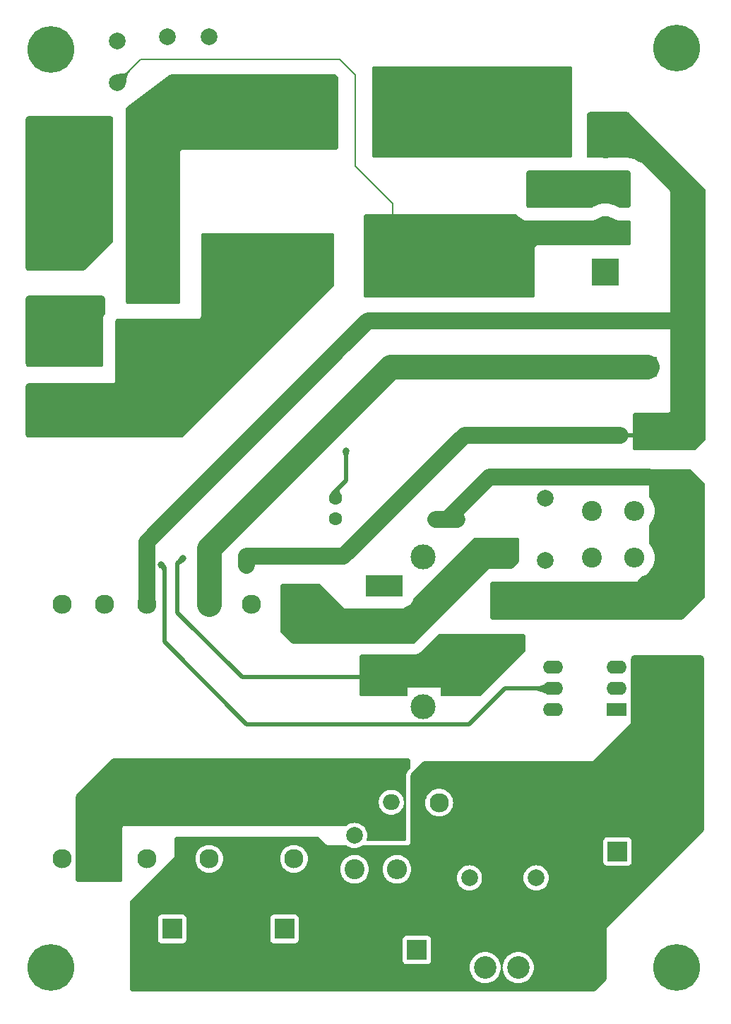
<source format=gbr>
%TF.GenerationSoftware,KiCad,Pcbnew,7.99.0-3539-g7abe2e3ea0*%
%TF.CreationDate,2023-11-11T19:40:51+01:00*%
%TF.ProjectId,ACDC150V24,41434443-3135-4305-9632-342e6b696361,rev?*%
%TF.SameCoordinates,Original*%
%TF.FileFunction,Copper,L2,Bot*%
%TF.FilePolarity,Positive*%
%FSLAX46Y46*%
G04 Gerber Fmt 4.6, Leading zero omitted, Abs format (unit mm)*
G04 Created by KiCad (PCBNEW 7.99.0-3539-g7abe2e3ea0) date 2023-11-11 19:40:51*
%MOMM*%
%LPD*%
G01*
G04 APERTURE LIST*
G04 Aperture macros list*
%AMRoundRect*
0 Rectangle with rounded corners*
0 $1 Rounding radius*
0 $2 $3 $4 $5 $6 $7 $8 $9 X,Y pos of 4 corners*
0 Add a 4 corners polygon primitive as box body*
4,1,4,$2,$3,$4,$5,$6,$7,$8,$9,$2,$3,0*
0 Add four circle primitives for the rounded corners*
1,1,$1+$1,$2,$3*
1,1,$1+$1,$4,$5*
1,1,$1+$1,$6,$7*
1,1,$1+$1,$8,$9*
0 Add four rect primitives between the rounded corners*
20,1,$1+$1,$2,$3,$4,$5,0*
20,1,$1+$1,$4,$5,$6,$7,0*
20,1,$1+$1,$6,$7,$8,$9,0*
20,1,$1+$1,$8,$9,$2,$3,0*%
G04 Aperture macros list end*
%TA.AperFunction,EtchedComponent*%
%ADD10C,0.000000*%
%TD*%
%TA.AperFunction,ComponentPad*%
%ADD11C,3.600000*%
%TD*%
%TA.AperFunction,ConnectorPad*%
%ADD12C,5.600000*%
%TD*%
%TA.AperFunction,ComponentPad*%
%ADD13R,3.200000X3.200000*%
%TD*%
%TA.AperFunction,ComponentPad*%
%ADD14C,3.200000*%
%TD*%
%TA.AperFunction,ComponentPad*%
%ADD15C,3.000000*%
%TD*%
%TA.AperFunction,ComponentPad*%
%ADD16C,1.800000*%
%TD*%
%TA.AperFunction,ComponentPad*%
%ADD17C,2.000000*%
%TD*%
%TA.AperFunction,ComponentPad*%
%ADD18R,2.400000X2.400000*%
%TD*%
%TA.AperFunction,ComponentPad*%
%ADD19C,2.400000*%
%TD*%
%TA.AperFunction,ComponentPad*%
%ADD20C,1.700000*%
%TD*%
%TA.AperFunction,ComponentPad*%
%ADD21O,2.400000X2.400000*%
%TD*%
%TA.AperFunction,ComponentPad*%
%ADD22R,2.400000X1.600000*%
%TD*%
%TA.AperFunction,ComponentPad*%
%ADD23O,2.400000X1.600000*%
%TD*%
%TA.AperFunction,ComponentPad*%
%ADD24C,1.600000*%
%TD*%
%TA.AperFunction,ComponentPad*%
%ADD25C,2.300000*%
%TD*%
%TA.AperFunction,ComponentPad*%
%ADD26RoundRect,0.250001X-1.099999X1.099999X-1.099999X-1.099999X1.099999X-1.099999X1.099999X1.099999X0*%
%TD*%
%TA.AperFunction,ComponentPad*%
%ADD27C,2.700000*%
%TD*%
%TA.AperFunction,ComponentPad*%
%ADD28RoundRect,0.250001X1.099999X1.099999X-1.099999X1.099999X-1.099999X-1.099999X1.099999X-1.099999X0*%
%TD*%
%TA.AperFunction,ComponentPad*%
%ADD29R,2.000000X1.905000*%
%TD*%
%TA.AperFunction,ComponentPad*%
%ADD30O,2.000000X1.905000*%
%TD*%
%TA.AperFunction,WasherPad*%
%ADD31C,2.300000*%
%TD*%
%TA.AperFunction,ComponentPad*%
%ADD32R,4.500000X2.500000*%
%TD*%
%TA.AperFunction,ComponentPad*%
%ADD33O,4.500000X2.500000*%
%TD*%
%TA.AperFunction,SMDPad,CuDef*%
%ADD34C,0.500000*%
%TD*%
%TA.AperFunction,ViaPad*%
%ADD35C,0.800000*%
%TD*%
%TA.AperFunction,Conductor*%
%ADD36C,3.000000*%
%TD*%
%TA.AperFunction,Conductor*%
%ADD37C,0.200000*%
%TD*%
%TA.AperFunction,Conductor*%
%ADD38C,0.500000*%
%TD*%
%TA.AperFunction,Conductor*%
%ADD39C,2.000000*%
%TD*%
G04 APERTURE END LIST*
D10*
%TA.AperFunction,EtchedComponent*%
%TO.C,NT2*%
G36*
X74800000Y68550000D02*
G01*
X73800000Y68550000D01*
X73800000Y69050000D01*
X74800000Y69050000D01*
X74800000Y68550000D01*
G37*
%TD.AperFunction*%
%TD*%
D11*
%TO.P,H2,1,1*%
%TO.N,unconnected-(H2-Pad1)*%
X80000000Y5000000D03*
D12*
%TO.N,unconnected-(H2-Pad1)_1*%
X80000000Y5000000D03*
%TD*%
D13*
%TO.P,D5,1,+*%
%TO.N,/PS/AC_R_O*%
X71500000Y88340000D03*
D14*
%TO.P,D5,2*%
%TO.N,/PS/AC_R_I_2*%
X71500000Y93420000D03*
%TO.P,D5,3*%
%TO.N,/PS/AC_R_I_1*%
X71500000Y98500000D03*
%TO.P,D5,4,-*%
%TO.N,DCR_GND*%
X71500000Y103580000D03*
%TD*%
D15*
%TO.P,HS1,1*%
%TO.N,N/C*%
X49598450Y36233000D03*
%TO.P,HS1,2*%
X49598450Y54233000D03*
%TD*%
D16*
%TO.P,F1,1*%
%TO.N,/PS/AC_L*%
X7200000Y84460000D03*
%TO.P,F1,2*%
%TO.N,Net-(F1-Pad2)*%
X7200000Y89540000D03*
%TD*%
%TO.P,RV1,1*%
%TO.N,/PS/AC_L_SW*%
X17000000Y87500000D03*
%TO.P,RV1,2*%
%TO.N,/PS/AC_N*%
X15700000Y80000000D03*
%TD*%
D17*
%TO.P,SW1,1,1*%
%TO.N,Net-(F1-Pad2)*%
X10000000Y105000000D03*
%TO.P,SW1,2,2*%
%TO.N,/PS/AC_L_SW*%
X16000000Y106000000D03*
%TO.P,SW1,3,3*%
%TO.N,Net-(F1-Pad2)*%
X10000000Y95000000D03*
%TO.P,SW1,4,4*%
%TO.N,/PS/AC_L_SW*%
X16000000Y94000000D03*
%TD*%
%TO.P,C27,1*%
%TO.N,OUT_GND*%
X78181200Y41004800D03*
%TO.P,C27,2*%
%TO.N,GND_DC_P*%
X78181200Y48504800D03*
%TD*%
%TO.P,C28,1*%
%TO.N,Net-(C28-Pad1)*%
X41402000Y20828000D03*
%TO.P,C28,2*%
%TO.N,Net-(D7A-A)*%
X41402000Y28328000D03*
%TD*%
D18*
%TO.P,C24,1*%
%TO.N,/PS/24V_O*%
X19558000Y9625459D03*
D19*
%TO.P,C24,2*%
%TO.N,OUT_GND*%
X19558000Y4625459D03*
%TD*%
D20*
%TO.P,C7,1*%
%TO.N,/PS/AC_L_SW*%
X26500000Y109500000D03*
%TO.P,C7,2*%
%TO.N,/PS/AC_N*%
X26500000Y87000000D03*
%TD*%
D18*
%TO.P,C23,1*%
%TO.N,/PS/24V_O*%
X33020000Y9625459D03*
D19*
%TO.P,C23,2*%
%TO.N,OUT_GND*%
X33020000Y4625459D03*
%TD*%
%TO.P,R18,1*%
%TO.N,Net-(C20-Pad2)*%
X69850000Y59690000D03*
D21*
%TO.P,R18,2*%
%TO.N,/PS/AC_R_O*%
X74930000Y59690000D03*
%TD*%
D22*
%TO.P,U2,1*%
%TO.N,Net-(R11-Pad1)*%
X72825000Y35895000D03*
D23*
%TO.P,U2,2*%
%TO.N,Net-(U3-K)*%
X72825000Y38435000D03*
%TO.P,U2,3,NC*%
%TO.N,unconnected-(U2-NC-Pad3)*%
X72825000Y40975000D03*
%TO.P,U2,4*%
%TO.N,GND_DC_S*%
X65205000Y40975000D03*
%TO.P,U2,5*%
%TO.N,/PS/OPT_C*%
X65205000Y38435000D03*
%TO.P,U2,6*%
%TO.N,unconnected-(U2-Pad6)*%
X65205000Y35895000D03*
%TD*%
D20*
%TO.P,C11,1*%
%TO.N,Net-(C11-Pad1)*%
X55500000Y110000000D03*
%TO.P,C11,2*%
%TO.N,/PS/AC_R_I_2*%
X55500000Y87500000D03*
%TD*%
D18*
%TO.P,C15,1*%
%TO.N,/PS/AC_R_O*%
X76500000Y77000000D03*
D19*
%TO.P,C15,2*%
%TO.N,DCR_GND*%
X76500000Y69500000D03*
%TD*%
D24*
%TO.P,C6,1*%
%TO.N,Net-(D2-A)*%
X39116000Y61250000D03*
%TO.P,C6,2*%
%TO.N,GND_DC_P*%
X39116000Y58750000D03*
%TD*%
D19*
%TO.P,R17,1*%
%TO.N,Net-(D6-K)*%
X69865000Y54102000D03*
D21*
%TO.P,R17,2*%
%TO.N,/PS/AC_R_O*%
X74945000Y54102000D03*
%TD*%
D18*
%TO.P,C22,1*%
%TO.N,/PS/24V_F*%
X72924541Y18896459D03*
D19*
%TO.P,C22,2*%
%TO.N,OUT_GND*%
X77924541Y18896459D03*
%TD*%
D25*
%TO.P,FL1,1,1*%
%TO.N,/PS/AC_N*%
X36000000Y90250000D03*
%TO.P,FL1,2,2*%
%TO.N,/PS/AC_R_I_2*%
X46000000Y90250000D03*
%TO.P,FL1,3,3*%
%TO.N,/PS/AC_L_SW*%
X36000000Y109000000D03*
%TO.P,FL1,4,4*%
%TO.N,Net-(C11-Pad1)*%
X46000000Y109000000D03*
%TD*%
D17*
%TO.P,C20,1*%
%TO.N,Net-(D6-K)*%
X64250000Y53750000D03*
%TO.P,C20,2*%
%TO.N,Net-(C20-Pad2)*%
X64250000Y61250000D03*
%TD*%
D11*
%TO.P,H4,1,1*%
%TO.N,unconnected-(H4-Pad1)_1*%
X80000000Y115200000D03*
D12*
%TO.N,unconnected-(H4-Pad1)*%
X80000000Y115200000D03*
%TD*%
D17*
%TO.P,C9,1*%
%TO.N,/PS/AC_R_I_2*%
X13000000Y111000000D03*
%TO.P,C9,2*%
%TO.N,EARTH*%
X13000000Y116000000D03*
%TD*%
D19*
%TO.P,R20,1*%
%TO.N,Net-(C28-Pad1)*%
X41417000Y16764000D03*
D21*
%TO.P,R20,2*%
%TO.N,/PS/24V_O*%
X46497000Y16764000D03*
%TD*%
D24*
%TO.P,TH1,1*%
%TO.N,/PS/AC_R_I_1*%
X64250000Y98500000D03*
%TO.P,TH1,2*%
%TO.N,Net-(C11-Pad1)*%
X65750000Y103500000D03*
%TD*%
D26*
%TO.P,J1,1,Pin_1*%
%TO.N,/PS/AC_L*%
X7750000Y79500000D03*
D27*
%TO.P,J1,2,Pin_2*%
%TO.N,/PS/AC_N*%
X7750000Y71580000D03*
%TD*%
D25*
%TO.P,TR1,1,1*%
%TO.N,/PS/TR_SW*%
X34160000Y48500000D03*
%TO.P,TR1,2,2*%
%TO.N,unconnected-(TR1-Pad2)*%
X29080000Y48500000D03*
%TO.P,TR1,3,3*%
%TO.N,/PS/AC_R_O*%
X24000000Y48500000D03*
%TO.P,TR1,4,4*%
%TO.N,DCR_GND*%
X16507000Y48500000D03*
%TO.P,TR1,5,5*%
%TO.N,/PS/AUX*%
X11427000Y48500000D03*
%TO.P,TR1,6*%
%TO.N,N/C*%
X6347000Y48500000D03*
%TO.P,TR1,7*%
X6347000Y18020000D03*
%TO.P,TR1,8,8*%
%TO.N,Net-(D7A-A)*%
X11427000Y18020000D03*
%TO.P,TR1,9,9*%
%TO.N,Net-(TR1-Pad10)*%
X16507000Y18020000D03*
%TO.P,TR1,10,10*%
X24000000Y18020000D03*
%TO.P,TR1,11,11*%
%TO.N,OUT_GND*%
X29080000Y18020000D03*
%TO.P,TR1,12*%
%TO.N,N/C*%
X34160000Y18020000D03*
%TD*%
D17*
%TO.P,C8,1*%
%TO.N,Net-(C11-Pad1)*%
X24000000Y116500000D03*
%TO.P,C8,2*%
%TO.N,EARTH*%
X19000000Y116500000D03*
%TD*%
D28*
%TO.P,J2,1,Pin_1*%
%TO.N,OUT_GND*%
X68960000Y5000000D03*
D27*
%TO.P,J2,2,Pin_2*%
X65000000Y5000000D03*
%TO.P,J2,3,Pin_3*%
%TO.N,/PS/24V_F*%
X61040000Y5000000D03*
%TO.P,J2,4,Pin_4*%
X57080000Y5000000D03*
%TD*%
D29*
%TO.P,D7,1,A*%
%TO.N,Net-(D7A-A)*%
X45814000Y27342000D03*
D30*
%TO.P,D7,2,K*%
%TO.N,/PS/24V_O*%
X45814000Y24802000D03*
%TO.P,D7,3,K*%
%TO.N,Net-(D7A-A)*%
X45814000Y22262000D03*
%TD*%
D31*
%TO.P,HS2,*%
%TO.N,*%
X51562000Y24765000D03*
%TD*%
D11*
%TO.P,H3,1,1*%
%TO.N,unconnected-(H3-Pad1)*%
X5000000Y5000000D03*
D12*
%TO.N,unconnected-(H3-Pad1)_1*%
X5000000Y5000000D03*
%TD*%
D18*
%TO.P,C21,1*%
%TO.N,/PS/24V_F*%
X48868459Y7112000D03*
D19*
%TO.P,C21,2*%
%TO.N,OUT_GND*%
X43868459Y7112000D03*
%TD*%
D17*
%TO.P,L1,1*%
%TO.N,/PS/24V_F*%
X63182000Y15748000D03*
%TO.P,L1,2*%
%TO.N,/PS/24V_O*%
X55182000Y15748000D03*
%TD*%
D32*
%TO.P,Q1,1,G*%
%TO.N,Net-(D1-A)*%
X45000000Y50700000D03*
D33*
%TO.P,Q1,2,D*%
%TO.N,/PS/TR_SW*%
X45000000Y45250000D03*
%TO.P,Q1,3,S*%
%TO.N,Net-(Q1-S)*%
X45000000Y39800000D03*
%TD*%
D34*
%TO.P,NT2,1,1*%
%TO.N,GND_DC_S*%
X73800000Y68800000D03*
%TO.P,NT2,2,2*%
%TO.N,DCR_GND*%
X74800000Y68800000D03*
%TD*%
D11*
%TO.P,H1,1,1*%
%TO.N,EARTH*%
X5000000Y115000000D03*
D12*
X5000000Y115000000D03*
%TD*%
D35*
%TO.N,/PS/TR_SW*%
X57000000Y55500000D03*
X56007000Y54356000D03*
X59750000Y53500000D03*
X57250000Y53500000D03*
%TO.N,/PS/OPT_C*%
X18250000Y53250000D03*
%TO.N,Net-(Q1-S)*%
X59250000Y41250000D03*
X56750000Y42000000D03*
X56750000Y43750000D03*
X58000000Y41250000D03*
X20800000Y54000000D03*
%TO.N,OUT_GND*%
X77250000Y35250000D03*
X79000000Y29250000D03*
X74803000Y27178000D03*
X60553000Y25908000D03*
X60553000Y27940000D03*
%TO.N,Net-(D2-A)*%
X40386000Y66929000D03*
%TO.N,GND_DC_S*%
X28500000Y54300000D03*
X28500000Y53200000D03*
%TO.N,GND_DC_P*%
X53721000Y58674000D03*
X62250000Y50750000D03*
X80010000Y59436000D03*
X80010000Y57785000D03*
X51181000Y58674000D03*
X77851000Y57912000D03*
X60500000Y50750000D03*
X76750000Y63750000D03*
X77851000Y61341000D03*
X58750000Y50750000D03*
X63754000Y48006000D03*
X80010000Y61341000D03*
X62250000Y48000000D03*
X63754000Y50673000D03*
X77724000Y63754000D03*
X52450000Y58750000D03*
X75819000Y63754000D03*
X77851000Y59563000D03*
X62250000Y49500000D03*
X63754000Y49403000D03*
%TD*%
D36*
%TO.N,/PS/AC_R_O*%
X24000000Y48500000D02*
X24000000Y55250000D01*
X45750000Y77000000D02*
X76500000Y77000000D01*
X24000000Y55250000D02*
X45750000Y77000000D01*
D37*
%TO.N,/PS/AC_R_I_2*%
X41500000Y111916000D02*
X41500000Y101000000D01*
X46000000Y96500000D02*
X46000000Y90250000D01*
X15792000Y113792000D02*
X39624000Y113792000D01*
X13000000Y111000000D02*
X15792000Y113792000D01*
X41500000Y101000000D02*
X46000000Y96500000D01*
X39624000Y113792000D02*
X41500000Y111916000D01*
D38*
%TO.N,/PS/OPT_C*%
X65205000Y38435000D02*
X59435000Y38435000D01*
X28500000Y34100000D02*
X18600000Y44000000D01*
X59435000Y38435000D02*
X55100000Y34100000D01*
X18600000Y44000000D02*
X18600000Y52900000D01*
X55100000Y34100000D02*
X28500000Y34100000D01*
X18600000Y52900000D02*
X18250000Y53250000D01*
%TO.N,Net-(Q1-S)*%
X20800000Y54000000D02*
X20200000Y53400000D01*
X20200000Y47550000D02*
X27950000Y39800000D01*
X27950000Y39800000D02*
X45000000Y39800000D01*
X20200000Y53400000D02*
X20200000Y47550000D01*
D39*
%TO.N,DCR_GND*%
X43000000Y82500000D02*
X80500000Y82500000D01*
X40000000Y79500000D02*
X43000000Y82500000D01*
X16507000Y48500000D02*
X16507000Y56007000D01*
X16507000Y56007000D02*
X40000000Y79500000D01*
D38*
%TO.N,Net-(D2-A)*%
X40386000Y66929000D02*
X40386000Y63373000D01*
X38750000Y61737000D02*
X38750000Y61250000D01*
X40386000Y63373000D02*
X38750000Y61737000D01*
D39*
%TO.N,GND_DC_S*%
X28500000Y53200000D02*
X28500000Y54300000D01*
X28500000Y54300000D02*
X40100000Y54300000D01*
X54600000Y68800000D02*
X73250000Y68800000D01*
X40100000Y54300000D02*
X54600000Y68800000D01*
%TO.N,GND_DC_P*%
X57550000Y63750000D02*
X52550000Y58750000D01*
X51181000Y58674000D02*
X53721000Y58674000D01*
X52550000Y58750000D02*
X52450000Y58750000D01*
X76750000Y63750000D02*
X57550000Y63750000D01*
%TD*%
%TA.AperFunction,Conductor*%
%TO.N,/PS/AC_R_I_1*%
G36*
X71128134Y100498248D02*
G01*
X71131837Y100497619D01*
X71152307Y100494141D01*
X71500000Y100474615D01*
X71847693Y100494141D01*
X71868554Y100497686D01*
X71871866Y100498248D01*
X71892637Y100500000D01*
X74187789Y100500000D01*
X74211971Y100497619D01*
X74290618Y100481976D01*
X74335308Y100463465D01*
X74391626Y100425834D01*
X74425833Y100391627D01*
X74463462Y100335312D01*
X74481976Y100290613D01*
X74497617Y100211981D01*
X74500000Y100187790D01*
X74500000Y96312211D01*
X74497617Y96288020D01*
X74481976Y96209388D01*
X74463462Y96164689D01*
X74425836Y96108377D01*
X74391623Y96074164D01*
X74335311Y96036538D01*
X74290612Y96018024D01*
X74211980Y96002383D01*
X74187789Y96000000D01*
X73261317Y96000000D01*
X73194278Y96019685D01*
X73189562Y96022870D01*
X73152164Y96049405D01*
X72847374Y96217856D01*
X72780741Y96245456D01*
X72525644Y96351121D01*
X72358328Y96399324D01*
X72191017Y96447526D01*
X72191009Y96447528D01*
X71847700Y96505858D01*
X71847688Y96505860D01*
X71500000Y96525385D01*
X71152311Y96505860D01*
X71152299Y96505858D01*
X70808990Y96447528D01*
X70808982Y96447526D01*
X70474359Y96351122D01*
X70474356Y96351121D01*
X70380419Y96312211D01*
X70152625Y96217856D01*
X69847835Y96049405D01*
X69810438Y96022870D01*
X69744372Y96000131D01*
X69738683Y96000000D01*
X62312211Y96000000D01*
X62288020Y96002383D01*
X62209387Y96018024D01*
X62164689Y96036538D01*
X62108373Y96074167D01*
X62074166Y96108374D01*
X62036535Y96164692D01*
X62018024Y96209382D01*
X62002381Y96288029D01*
X62000000Y96312211D01*
X62000000Y100187790D01*
X62002381Y100211971D01*
X62018025Y100290621D01*
X62036534Y100335307D01*
X62074168Y100391630D01*
X62108370Y100425832D01*
X62164693Y100463466D01*
X62209379Y100481975D01*
X62288028Y100497619D01*
X62312211Y100500000D01*
X71107363Y100500000D01*
X71128134Y100498248D01*
G37*
%TD.AperFunction*%
%TD*%
%TA.AperFunction,Conductor*%
%TO.N,GND_DC_P*%
G36*
X81591707Y64701619D02*
G01*
X81670354Y64685976D01*
X81715046Y64667463D01*
X81781714Y64622917D01*
X81800504Y64607496D01*
X83323495Y63084505D01*
X83338916Y63065715D01*
X83383461Y62999049D01*
X83401976Y62954349D01*
X83417617Y62875717D01*
X83420000Y62851526D01*
X83420000Y49501475D01*
X83417617Y49477284D01*
X83401976Y49398652D01*
X83383461Y49353952D01*
X83338916Y49287286D01*
X83323495Y49268496D01*
X80851504Y46796505D01*
X80832714Y46781084D01*
X80766048Y46736539D01*
X80721348Y46718024D01*
X80642716Y46702383D01*
X80618525Y46700000D01*
X57970211Y46700000D01*
X57946020Y46702383D01*
X57867387Y46718024D01*
X57822689Y46736538D01*
X57766373Y46774167D01*
X57732166Y46808374D01*
X57694535Y46864692D01*
X57676024Y46909382D01*
X57660381Y46988029D01*
X57658000Y47012211D01*
X57658000Y50937790D01*
X57660381Y50961971D01*
X57676025Y51040621D01*
X57694534Y51085307D01*
X57732168Y51141630D01*
X57766370Y51175832D01*
X57822693Y51213466D01*
X57867379Y51231975D01*
X57946028Y51247619D01*
X57970211Y51250000D01*
X75124937Y51250000D01*
X75124938Y51250001D01*
X75163548Y51257681D01*
X75239738Y51272835D01*
X75239739Y51272836D01*
X75239741Y51272836D01*
X75337068Y51337868D01*
X75788698Y51789499D01*
X75830719Y51817102D01*
X75990435Y51880337D01*
X76260640Y52028884D01*
X76510096Y52210124D01*
X76734869Y52421201D01*
X76931416Y52658784D01*
X77096635Y52919129D01*
X77105717Y52938428D01*
X77227919Y53198121D01*
X77227922Y53198127D01*
X77323206Y53491381D01*
X77380984Y53794264D01*
X77400345Y54102000D01*
X77385766Y54333722D01*
X77380985Y54409726D01*
X77380984Y54409733D01*
X77380984Y54409736D01*
X77323206Y54712619D01*
X77227922Y55005873D01*
X77227919Y55005880D01*
X77096637Y55284868D01*
X77096633Y55284874D01*
X76931422Y55545207D01*
X76931420Y55545209D01*
X76931416Y55545216D01*
X76734869Y55782799D01*
X76734866Y55782802D01*
X76732385Y55785801D01*
X76733430Y55786667D01*
X76704460Y55843961D01*
X76702400Y55866471D01*
X76702400Y57943442D01*
X76722085Y58010481D01*
X76730857Y58022483D01*
X76790966Y58095142D01*
X76916416Y58246784D01*
X77081635Y58507129D01*
X77212922Y58786127D01*
X77308206Y59079381D01*
X77365984Y59382264D01*
X77385345Y59690000D01*
X77382398Y59736835D01*
X77365985Y59997726D01*
X77365984Y59997733D01*
X77365984Y59997736D01*
X77308206Y60300619D01*
X77212922Y60593873D01*
X77124205Y60782406D01*
X77081637Y60872868D01*
X77081633Y60872874D01*
X76916422Y61133207D01*
X76916420Y61133209D01*
X76916416Y61133216D01*
X76730855Y61357519D01*
X76703291Y61421721D01*
X76702400Y61436559D01*
X76702400Y64391790D01*
X76704781Y64415971D01*
X76720425Y64494621D01*
X76738934Y64539307D01*
X76776568Y64595630D01*
X76810770Y64629832D01*
X76867093Y64667466D01*
X76911779Y64685975D01*
X76990428Y64701619D01*
X77014611Y64704000D01*
X81567525Y64704000D01*
X81591707Y64701619D01*
G37*
%TD.AperFunction*%
%TD*%
%TA.AperFunction,Conductor*%
%TO.N,/PS/TR_SW*%
G36*
X60919340Y56497619D02*
G01*
X60968761Y56487789D01*
X61013455Y56469276D01*
X61034534Y56455191D01*
X61044993Y56448202D01*
X61079201Y56413994D01*
X61100273Y56382459D01*
X61118789Y56337758D01*
X61128617Y56288351D01*
X61131000Y56264159D01*
X61131000Y53767475D01*
X61128617Y53743284D01*
X61112976Y53664652D01*
X61094461Y53619952D01*
X61049916Y53553286D01*
X61034495Y53534496D01*
X60346504Y52846505D01*
X60327714Y52831084D01*
X60261048Y52786539D01*
X60216348Y52768024D01*
X60137716Y52752383D01*
X60113525Y52750000D01*
X57624259Y52750000D01*
X57509461Y52727166D01*
X57509457Y52727164D01*
X57412136Y52662136D01*
X57412128Y52662130D01*
X48596504Y43846505D01*
X48577714Y43831084D01*
X48511048Y43786539D01*
X48466348Y43768024D01*
X48387716Y43752383D01*
X48363525Y43750000D01*
X34136475Y43750000D01*
X34112284Y43752383D01*
X34033651Y43768024D01*
X33988951Y43786539D01*
X33922285Y43831084D01*
X33903495Y43846505D01*
X32596504Y45153496D01*
X32581083Y45172286D01*
X32536538Y45238952D01*
X32518024Y45283646D01*
X32502381Y45362293D01*
X32500000Y45386475D01*
X32500000Y50687790D01*
X32502381Y50711971D01*
X32518025Y50790621D01*
X32536534Y50835307D01*
X32574168Y50891630D01*
X32608370Y50925832D01*
X32664693Y50963466D01*
X32709379Y50981975D01*
X32788028Y50997619D01*
X32812211Y51000000D01*
X37113525Y51000000D01*
X37137707Y50997619D01*
X37216354Y50981976D01*
X37261046Y50963463D01*
X37327714Y50918917D01*
X37346504Y50903496D01*
X40162128Y48087871D01*
X40162136Y48087865D01*
X40259457Y48022837D01*
X40259461Y48022835D01*
X40374259Y48000001D01*
X40374263Y48000000D01*
X47125736Y48000000D01*
X47125737Y48000000D01*
X47125738Y48000001D01*
X47164348Y48007681D01*
X47240538Y48022835D01*
X47240539Y48022836D01*
X47240541Y48022836D01*
X47337868Y48087868D01*
X47440254Y48190255D01*
X47497629Y48222810D01*
X47664683Y48264904D01*
X47869626Y48357993D01*
X48054654Y48486181D01*
X48213819Y48645346D01*
X48342007Y48830374D01*
X48435096Y49035317D01*
X48477190Y49202373D01*
X48509746Y49259747D01*
X51398856Y52148857D01*
X51404421Y52153786D01*
X51425702Y52170458D01*
X51660992Y52405748D01*
X51677664Y52427029D01*
X51682593Y52432594D01*
X55653500Y56403501D01*
X55672278Y56418912D01*
X55738955Y56463464D01*
X55783643Y56481975D01*
X55862292Y56497619D01*
X55886475Y56500000D01*
X60895158Y56500000D01*
X60919340Y56497619D01*
G37*
%TD.AperFunction*%
%TD*%
%TA.AperFunction,Conductor*%
%TO.N,/PS/AC_R_I_2*%
G36*
X60843967Y95230315D02*
G01*
X60871380Y95206341D01*
X61009615Y95043828D01*
X61009615Y95043827D01*
X61043824Y95009617D01*
X61081987Y94972776D01*
X61081992Y94972771D01*
X61140404Y94926532D01*
X61271964Y94822388D01*
X61328280Y94784759D01*
X61372916Y94756059D01*
X61588573Y94645632D01*
X61633271Y94627118D01*
X61682624Y94607687D01*
X61915680Y94541451D01*
X62030554Y94518602D01*
X62103657Y94507757D01*
X62103660Y94507757D01*
X62103665Y94507756D01*
X62103664Y94507756D01*
X62201408Y94498128D01*
X62275247Y94494500D01*
X62275253Y94494500D01*
X69756015Y94494500D01*
X69779022Y94495029D01*
X69822865Y94499283D01*
X69999638Y94516430D01*
X70234335Y94576591D01*
X70264246Y94586886D01*
X70300405Y94599331D01*
X70300404Y94599331D01*
X70322564Y94608538D01*
X70473399Y94671199D01*
X70563965Y94725065D01*
X70576071Y94731756D01*
X70576072Y94731755D01*
X70803831Y94857634D01*
X70810066Y94860637D01*
X70969163Y94926537D01*
X70975715Y94928830D01*
X71141168Y94976495D01*
X71147951Y94978043D01*
X71147975Y94978047D01*
X71317714Y95006888D01*
X71324601Y95007664D01*
X71496523Y95017318D01*
X71503469Y95017318D01*
X71675399Y95007664D01*
X71682289Y95006888D01*
X71804969Y94986044D01*
X71852032Y94978047D01*
X71858815Y94976499D01*
X71909244Y94961971D01*
X72024293Y94928826D01*
X72030841Y94926533D01*
X72189926Y94860639D01*
X72196174Y94857629D01*
X72370315Y94761385D01*
X72543895Y94661918D01*
X72770117Y94575173D01*
X72770117Y94575172D01*
X72837149Y94555489D01*
X72837148Y94555489D01*
X72837157Y94555487D01*
X73019818Y94513996D01*
X73097101Y94507757D01*
X73261315Y94494500D01*
X73261317Y94494500D01*
X74224747Y94494500D01*
X74224753Y94494500D01*
X74298592Y94498128D01*
X74363845Y94504556D01*
X74432490Y94491538D01*
X74483201Y94443474D01*
X74500000Y94381153D01*
X74500000Y91812211D01*
X74497617Y91788020D01*
X74481976Y91709388D01*
X74463462Y91664689D01*
X74425836Y91608377D01*
X74391623Y91574164D01*
X74335311Y91536538D01*
X74290612Y91518024D01*
X74211980Y91502383D01*
X74187789Y91500000D01*
X63299995Y91500000D01*
X63185197Y91477166D01*
X63185196Y91477165D01*
X63087868Y91412132D01*
X63022835Y91314804D01*
X63022834Y91314803D01*
X63000000Y91200005D01*
X63000000Y85562211D01*
X62997617Y85538020D01*
X62981976Y85459388D01*
X62963462Y85414689D01*
X62925836Y85358377D01*
X62891623Y85324164D01*
X62835311Y85286538D01*
X62790612Y85268024D01*
X62711980Y85252383D01*
X62687789Y85250000D01*
X42812211Y85250000D01*
X42788020Y85252383D01*
X42709387Y85268024D01*
X42664689Y85286538D01*
X42608373Y85324167D01*
X42574166Y85358374D01*
X42536535Y85414692D01*
X42518024Y85459382D01*
X42502381Y85538029D01*
X42500000Y85562211D01*
X42500000Y94937790D01*
X42502381Y94961971D01*
X42518025Y95040621D01*
X42536534Y95085307D01*
X42574168Y95141630D01*
X42608370Y95175832D01*
X42664693Y95213466D01*
X42709379Y95231975D01*
X42788028Y95247619D01*
X42812211Y95250000D01*
X60776928Y95250000D01*
X60843967Y95230315D01*
G37*
%TD.AperFunction*%
%TD*%
%TA.AperFunction,Conductor*%
%TO.N,Net-(C11-Pad1)*%
G36*
X67211971Y112997619D02*
G01*
X67290618Y112981976D01*
X67335308Y112963465D01*
X67391626Y112925834D01*
X67425833Y112891627D01*
X67463462Y112835312D01*
X67481976Y112790613D01*
X67497617Y112711981D01*
X67500000Y112687790D01*
X67500000Y102312211D01*
X67497617Y102288020D01*
X67481976Y102209388D01*
X67463462Y102164689D01*
X67425836Y102108377D01*
X67391623Y102074164D01*
X67335311Y102036538D01*
X67290612Y102018024D01*
X67211980Y102002383D01*
X67187789Y102000000D01*
X43812211Y102000000D01*
X43788020Y102002383D01*
X43709387Y102018024D01*
X43664689Y102036538D01*
X43608373Y102074167D01*
X43574166Y102108374D01*
X43536535Y102164692D01*
X43518024Y102209382D01*
X43502381Y102288029D01*
X43500000Y102312211D01*
X43500000Y112687790D01*
X43502381Y112711971D01*
X43518025Y112790621D01*
X43536534Y112835307D01*
X43574168Y112891630D01*
X43608370Y112925832D01*
X43664693Y112963466D01*
X43709379Y112981975D01*
X43788028Y112997619D01*
X43812211Y113000000D01*
X67187789Y113000000D01*
X67211971Y112997619D01*
G37*
%TD.AperFunction*%
%TD*%
%TA.AperFunction,Conductor*%
%TO.N,Net-(Q1-S)*%
G36*
X61592971Y44997619D02*
G01*
X61671618Y44981976D01*
X61716308Y44963465D01*
X61772626Y44925834D01*
X61806833Y44891627D01*
X61844462Y44835312D01*
X61862976Y44790613D01*
X61878617Y44711981D01*
X61881000Y44687790D01*
X61881000Y43017475D01*
X61878617Y42993284D01*
X61862976Y42914652D01*
X61844461Y42869952D01*
X61799916Y42803286D01*
X61784495Y42784496D01*
X56596504Y37596505D01*
X56577714Y37581084D01*
X56511048Y37536539D01*
X56466348Y37518024D01*
X56387716Y37502383D01*
X56363525Y37500000D01*
X51874000Y37500000D01*
X51806961Y37519685D01*
X51761206Y37572489D01*
X51750000Y37624000D01*
X51750000Y38500000D01*
X47750000Y38500000D01*
X47750000Y37624000D01*
X47730315Y37556961D01*
X47677511Y37511206D01*
X47626000Y37500000D01*
X42312211Y37500000D01*
X42288020Y37502383D01*
X42209387Y37518024D01*
X42164689Y37536538D01*
X42108373Y37574167D01*
X42074166Y37608374D01*
X42036535Y37664692D01*
X42018024Y37709382D01*
X42002381Y37788029D01*
X42000000Y37812211D01*
X42000000Y42187790D01*
X42002381Y42211971D01*
X42018025Y42290621D01*
X42036534Y42335307D01*
X42074168Y42391630D01*
X42108370Y42425832D01*
X42164693Y42463466D01*
X42209381Y42481976D01*
X42260377Y42492119D01*
X42284560Y42494500D01*
X48394346Y42494500D01*
X48394351Y42494500D01*
X48455928Y42497526D01*
X48541452Y42505950D01*
X48602421Y42514993D01*
X48711287Y42536648D01*
X48716455Y42537722D01*
X48731964Y42540943D01*
X48946799Y42608090D01*
X48991499Y42626605D01*
X49010962Y42634859D01*
X49187307Y42731034D01*
X49208555Y42742622D01*
X49208559Y42742625D01*
X49208569Y42742630D01*
X49300864Y42804301D01*
X49350381Y42841025D01*
X49385628Y42869952D01*
X49416814Y42895547D01*
X49416814Y42895546D01*
X49437893Y42914652D01*
X49462486Y42936942D01*
X51489225Y44963681D01*
X51550548Y44997166D01*
X51576906Y45000000D01*
X61568789Y45000000D01*
X61592971Y44997619D01*
G37*
%TD.AperFunction*%
%TD*%
%TA.AperFunction,Conductor*%
%TO.N,/PS/AC_N*%
G36*
X38711971Y92997619D02*
G01*
X38790618Y92981976D01*
X38835308Y92963465D01*
X38891626Y92925834D01*
X38925833Y92891627D01*
X38963462Y92835312D01*
X38981976Y92790613D01*
X38997617Y92711981D01*
X39000000Y92687790D01*
X39000000Y86886475D01*
X38997617Y86862284D01*
X38981976Y86783652D01*
X38963461Y86738952D01*
X38918916Y86672286D01*
X38903495Y86653496D01*
X20846504Y68596505D01*
X20827714Y68581084D01*
X20761048Y68536539D01*
X20716348Y68518024D01*
X20637716Y68502383D01*
X20613525Y68500000D01*
X2312211Y68500000D01*
X2288020Y68502383D01*
X2209387Y68518024D01*
X2164689Y68536538D01*
X2108373Y68574167D01*
X2074166Y68608374D01*
X2036535Y68664692D01*
X2018024Y68709382D01*
X2002381Y68788029D01*
X2000000Y68812211D01*
X2000000Y74687790D01*
X2002381Y74711971D01*
X2018025Y74790621D01*
X2036534Y74835307D01*
X2074168Y74891630D01*
X2108370Y74925832D01*
X2164693Y74963466D01*
X2209379Y74981975D01*
X2288028Y74997619D01*
X2312211Y75000000D01*
X12450001Y75000000D01*
X12450002Y75000001D01*
X12488612Y75007681D01*
X12564802Y75022835D01*
X12564802Y75022836D01*
X12564805Y75022836D01*
X12662132Y75087868D01*
X12727164Y75185195D01*
X12750000Y75300000D01*
X12750000Y82437790D01*
X12752381Y82461971D01*
X12768025Y82540621D01*
X12786534Y82585307D01*
X12824168Y82641630D01*
X12858370Y82675832D01*
X12914693Y82713466D01*
X12959379Y82731975D01*
X13038028Y82747619D01*
X13062211Y82750000D01*
X22700001Y82750000D01*
X22700002Y82750001D01*
X22738612Y82757681D01*
X22814802Y82772835D01*
X22814802Y82772836D01*
X22814805Y82772836D01*
X22912132Y82837868D01*
X22977164Y82935195D01*
X23000000Y83050000D01*
X23000000Y92687790D01*
X23002381Y92711971D01*
X23018025Y92790621D01*
X23036534Y92835307D01*
X23074168Y92891630D01*
X23108370Y92925832D01*
X23164693Y92963466D01*
X23209379Y92981975D01*
X23288028Y92997619D01*
X23312211Y93000000D01*
X38687789Y93000000D01*
X38711971Y92997619D01*
G37*
%TD.AperFunction*%
%TD*%
%TA.AperFunction,Conductor*%
%TO.N,Net-(D7A-A)*%
G36*
X47844971Y30096619D02*
G01*
X47923618Y30080976D01*
X47968308Y30062465D01*
X48024626Y30024834D01*
X48058833Y29990627D01*
X48096462Y29934312D01*
X48114976Y29889613D01*
X48130617Y29810981D01*
X48133000Y29786790D01*
X48133000Y28971562D01*
X48113315Y28904523D01*
X48096681Y28883881D01*
X47857482Y28644682D01*
X47857482Y28644681D01*
X47840551Y28626001D01*
X47840550Y28625999D01*
X47809161Y28587753D01*
X47794131Y28567488D01*
X47742586Y28490347D01*
X47742569Y28490319D01*
X47695128Y28401566D01*
X47695125Y28401559D01*
X47676617Y28356879D01*
X47647389Y28260526D01*
X47629285Y28169501D01*
X47629285Y28169502D01*
X47627191Y28155381D01*
X47625588Y28144573D01*
X47625588Y28144569D01*
X47625587Y28144567D01*
X47620736Y28095301D01*
X47619500Y28070121D01*
X47619500Y20322501D01*
X47599815Y20255462D01*
X47547011Y20209707D01*
X47495500Y20198501D01*
X42959170Y20198501D01*
X42892131Y20218186D01*
X42846376Y20270990D01*
X42836432Y20340148D01*
X42840037Y20355652D01*
X42839967Y20355668D01*
X42841103Y20360404D01*
X42841105Y20360406D01*
X42896535Y20591289D01*
X42915165Y20828000D01*
X42896535Y21064711D01*
X42841105Y21295594D01*
X42841104Y21295597D01*
X42841104Y21295598D01*
X42750242Y21514960D01*
X42750240Y21514963D01*
X42690212Y21612920D01*
X42672536Y21665558D01*
X42672000Y21670994D01*
X42672000Y21671000D01*
X42666213Y21700092D01*
X42649165Y21785803D01*
X42649164Y21785804D01*
X42649164Y21785805D01*
X42584132Y21883132D01*
X42486805Y21948164D01*
X42486803Y21948165D01*
X42486800Y21948166D01*
X42422586Y21960939D01*
X42366247Y21988266D01*
X42291425Y22052170D01*
X42291413Y22052179D01*
X42088962Y22176241D01*
X42088959Y22176243D01*
X41869596Y22267105D01*
X41638714Y22322535D01*
X41402000Y22341165D01*
X41165285Y22322535D01*
X40934404Y22267105D01*
X40934402Y22267105D01*
X40715040Y22176243D01*
X40715037Y22176241D01*
X40512589Y22052180D01*
X40512587Y22052179D01*
X40452324Y22000709D01*
X40388563Y21972139D01*
X40371793Y21971000D01*
X13805798Y21971000D01*
X13722838Y21954499D01*
X13722837Y21954498D01*
X13652500Y21907500D01*
X13605502Y21837163D01*
X13605501Y21837162D01*
X13589000Y21754202D01*
X13589000Y15552211D01*
X13586617Y15528020D01*
X13570976Y15449388D01*
X13552462Y15404689D01*
X13514836Y15348377D01*
X13480623Y15314164D01*
X13424311Y15276538D01*
X13379612Y15258024D01*
X13300980Y15242383D01*
X13276789Y15240000D01*
X8313211Y15240000D01*
X8289020Y15242383D01*
X8210387Y15258024D01*
X8165689Y15276538D01*
X8109373Y15314167D01*
X8075166Y15348374D01*
X8037535Y15404692D01*
X8019024Y15449382D01*
X8003381Y15528029D01*
X8001000Y15552211D01*
X8001000Y17895225D01*
X8001191Y17900091D01*
X8001398Y17902734D01*
X8010628Y18020000D01*
X8001191Y18139911D01*
X8001000Y18144777D01*
X8001000Y24687012D01*
X44305500Y24687012D01*
X44341473Y24459882D01*
X44412539Y24241167D01*
X44489612Y24089904D01*
X44516940Y24036269D01*
X44652111Y23850222D01*
X44814722Y23687611D01*
X45000769Y23552440D01*
X45097578Y23503114D01*
X45205666Y23448040D01*
X45205668Y23448040D01*
X45205671Y23448038D01*
X45322904Y23409947D01*
X45424381Y23376974D01*
X45651512Y23341000D01*
X45651517Y23341000D01*
X45976488Y23341000D01*
X46203618Y23376974D01*
X46422329Y23448038D01*
X46627231Y23552440D01*
X46813278Y23687611D01*
X46975889Y23850222D01*
X47111060Y24036269D01*
X47215462Y24241171D01*
X47286526Y24459882D01*
X47306395Y24585331D01*
X47322500Y24687012D01*
X47322500Y24916989D01*
X47286526Y25144119D01*
X47215460Y25362834D01*
X47160386Y25470922D01*
X47111060Y25567731D01*
X46975889Y25753778D01*
X46813278Y25916389D01*
X46627231Y26051560D01*
X46422333Y26155961D01*
X46203618Y26227027D01*
X45976488Y26263000D01*
X45976483Y26263000D01*
X45651517Y26263000D01*
X45651512Y26263000D01*
X45424381Y26227027D01*
X45205666Y26155961D01*
X45000768Y26051560D01*
X44814719Y25916387D01*
X44652113Y25753781D01*
X44516940Y25567732D01*
X44412539Y25362834D01*
X44341473Y25144119D01*
X44305500Y24916989D01*
X44305500Y24687012D01*
X8001000Y24687012D01*
X8001000Y25517526D01*
X8003381Y25541707D01*
X8019025Y25620357D01*
X8037536Y25665045D01*
X8082088Y25731722D01*
X8097499Y25750500D01*
X12349500Y30002501D01*
X12368278Y30017912D01*
X12434955Y30062464D01*
X12479643Y30080975D01*
X12558292Y30096619D01*
X12582475Y30099000D01*
X47820789Y30099000D01*
X47844971Y30096619D01*
G37*
%TD.AperFunction*%
%TD*%
%TA.AperFunction,Conductor*%
%TO.N,Net-(F1-Pad2)*%
G36*
X12211971Y106997619D02*
G01*
X12290618Y106981976D01*
X12335308Y106963465D01*
X12391626Y106925834D01*
X12425833Y106891627D01*
X12463462Y106835312D01*
X12481976Y106790613D01*
X12497617Y106711981D01*
X12500000Y106687790D01*
X12500000Y92152475D01*
X12497617Y92128284D01*
X12481976Y92049652D01*
X12463461Y92004952D01*
X12418916Y91938286D01*
X12403495Y91919496D01*
X9080504Y88596505D01*
X9061714Y88581084D01*
X8995048Y88536539D01*
X8950348Y88518024D01*
X8871716Y88502383D01*
X8847525Y88500000D01*
X2312211Y88500000D01*
X2288020Y88502383D01*
X2209387Y88518024D01*
X2164689Y88536538D01*
X2108373Y88574167D01*
X2074166Y88608374D01*
X2036535Y88664692D01*
X2018024Y88709382D01*
X2002381Y88788029D01*
X2000000Y88812211D01*
X2000000Y106687790D01*
X2002381Y106711971D01*
X2018025Y106790621D01*
X2036534Y106835307D01*
X2074168Y106891630D01*
X2108370Y106925832D01*
X2164693Y106963466D01*
X2209379Y106981975D01*
X2288028Y106997619D01*
X2312211Y107000000D01*
X12187789Y107000000D01*
X12211971Y106997619D01*
G37*
%TD.AperFunction*%
%TD*%
%TA.AperFunction,Conductor*%
%TO.N,/PS/AC_L_SW*%
G36*
X39176228Y111972315D02*
G01*
X39196870Y111955681D01*
X39455681Y111696870D01*
X39489166Y111635547D01*
X39492000Y111609189D01*
X39492000Y103312211D01*
X39489617Y103288020D01*
X39473976Y103209388D01*
X39455462Y103164689D01*
X39417836Y103108377D01*
X39383623Y103074164D01*
X39327311Y103036538D01*
X39282612Y103018024D01*
X39203980Y103002383D01*
X39179789Y103000000D01*
X20799995Y103000000D01*
X20685197Y102977166D01*
X20685196Y102977165D01*
X20587868Y102912132D01*
X20522835Y102814804D01*
X20522834Y102814803D01*
X20500000Y102700005D01*
X20500000Y84812211D01*
X20497617Y84788020D01*
X20481976Y84709388D01*
X20463462Y84664689D01*
X20425836Y84608377D01*
X20391623Y84574164D01*
X20335311Y84536538D01*
X20290612Y84518024D01*
X20211980Y84502383D01*
X20187789Y84500000D01*
X14312211Y84500000D01*
X14288020Y84502383D01*
X14209387Y84518024D01*
X14164689Y84536538D01*
X14108373Y84574167D01*
X14074166Y84608374D01*
X14036535Y84664692D01*
X14018024Y84709382D01*
X14002381Y84788029D01*
X14000000Y84812211D01*
X14000000Y107840398D01*
X14001478Y107859486D01*
X14011244Y107922173D01*
X14022856Y107958537D01*
X14046885Y108006595D01*
X14069008Y108037701D01*
X14113300Y108083128D01*
X14127677Y108095758D01*
X19234672Y111926005D01*
X19251518Y111936638D01*
X19253450Y111937651D01*
X19309975Y111967267D01*
X19347659Y111979829D01*
X19389184Y111986567D01*
X19412802Y111990399D01*
X19432663Y111992000D01*
X39109189Y111992000D01*
X39176228Y111972315D01*
G37*
%TD.AperFunction*%
%TD*%
%TA.AperFunction,Conductor*%
%TO.N,DCR_GND*%
G36*
X74137707Y107497619D02*
G01*
X74216354Y107481976D01*
X74261046Y107463463D01*
X74327714Y107418917D01*
X74346504Y107403496D01*
X83403495Y98346505D01*
X83418916Y98327715D01*
X83463461Y98261049D01*
X83481976Y98216349D01*
X83497617Y98137717D01*
X83500000Y98113526D01*
X83500000Y68386475D01*
X83497617Y68362284D01*
X83481976Y68283652D01*
X83463461Y68238952D01*
X83418916Y68172286D01*
X83403495Y68153496D01*
X82296504Y67046505D01*
X82277714Y67031084D01*
X82211048Y66986539D01*
X82166348Y66968024D01*
X82087716Y66952383D01*
X82063525Y66950000D01*
X75062211Y66950000D01*
X75038020Y66952383D01*
X74959387Y66968024D01*
X74914689Y66986538D01*
X74858373Y67024167D01*
X74824166Y67058374D01*
X74786535Y67114692D01*
X74768024Y67159382D01*
X74752381Y67238029D01*
X74750000Y67262211D01*
X74750000Y68617854D01*
X74751527Y68637254D01*
X74758500Y68681276D01*
X74758500Y68918726D01*
X74751527Y68962748D01*
X74750000Y68982147D01*
X74750000Y71187790D01*
X74752381Y71211971D01*
X74768025Y71290621D01*
X74786534Y71335307D01*
X74824168Y71391630D01*
X74858370Y71425832D01*
X74914693Y71463466D01*
X74959379Y71481975D01*
X75038028Y71497619D01*
X75062211Y71500000D01*
X78950001Y71500000D01*
X78950002Y71500001D01*
X78988612Y71507681D01*
X79064802Y71522835D01*
X79064802Y71522836D01*
X79064805Y71522836D01*
X79162132Y71587868D01*
X79227164Y71685195D01*
X79250000Y71800000D01*
X79250000Y76837616D01*
X79250391Y76844572D01*
X79250500Y76845538D01*
X79250500Y77154462D01*
X79250390Y77155437D01*
X79250000Y77162386D01*
X79250000Y97875737D01*
X79249999Y97875741D01*
X79227165Y97990539D01*
X79227163Y97990543D01*
X79162135Y98087864D01*
X79162129Y98087872D01*
X75837871Y101412130D01*
X75837863Y101412136D01*
X75740542Y101477164D01*
X75740538Y101477166D01*
X75625740Y101500000D01*
X75625736Y101500000D01*
X75495544Y101500000D01*
X75428505Y101519685D01*
X75418580Y101526776D01*
X75228045Y101677606D01*
X75171727Y101715237D01*
X75153468Y101726977D01*
X75127091Y101743938D01*
X74911439Y101854365D01*
X74866741Y101872880D01*
X74817372Y101892317D01*
X74817360Y101892320D01*
X74584322Y101958548D01*
X74584311Y101958551D01*
X74512060Y101972922D01*
X74469412Y101981405D01*
X74469413Y101981405D01*
X74440157Y101985744D01*
X74396279Y101992252D01*
X74396272Y101992253D01*
X74358447Y101995977D01*
X74298541Y102001875D01*
X74224736Y102005500D01*
X71860961Y102005500D01*
X71797664Y102002835D01*
X71713766Y101995759D01*
X71698022Y101993762D01*
X71693697Y101993367D01*
X71503478Y101982684D01*
X71496520Y101982684D01*
X71306301Y101993367D01*
X71301976Y101993762D01*
X71286234Y101995759D01*
X71202336Y102002835D01*
X71139039Y102005500D01*
X69374000Y102005500D01*
X69306961Y102025185D01*
X69261206Y102077989D01*
X69250000Y102129500D01*
X69250000Y107113526D01*
X69252381Y107137707D01*
X69268025Y107216357D01*
X69286536Y107261045D01*
X69331088Y107327722D01*
X69346499Y107346500D01*
X69403500Y107403501D01*
X69422278Y107418912D01*
X69488955Y107463464D01*
X69533643Y107481975D01*
X69612292Y107497619D01*
X69636475Y107500000D01*
X74113525Y107500000D01*
X74137707Y107497619D01*
G37*
%TD.AperFunction*%
%TD*%
%TA.AperFunction,Conductor*%
%TO.N,/PS/AC_L*%
G36*
X11211971Y85497619D02*
G01*
X11290618Y85481976D01*
X11335308Y85463465D01*
X11391626Y85425834D01*
X11425833Y85391627D01*
X11463462Y85335312D01*
X11481976Y85290613D01*
X11497617Y85211981D01*
X11500000Y85187790D01*
X11500000Y83395157D01*
X11486372Y83338641D01*
X11435844Y83239963D01*
X11395627Y83161422D01*
X11395626Y83161419D01*
X11395625Y83161419D01*
X11377118Y83116736D01*
X11357688Y83067386D01*
X11357688Y83067385D01*
X11357685Y83067377D01*
X11291451Y82834321D01*
X11268596Y82719416D01*
X11268594Y82719405D01*
X11268594Y82719403D01*
X11257748Y82646276D01*
X11248125Y82548542D01*
X11244500Y82474731D01*
X11244500Y77124000D01*
X11224815Y77056961D01*
X11172011Y77011206D01*
X11120500Y77000000D01*
X2312211Y77000000D01*
X2288020Y77002383D01*
X2209387Y77018024D01*
X2164689Y77036538D01*
X2108373Y77074167D01*
X2074166Y77108374D01*
X2036535Y77164692D01*
X2018024Y77209382D01*
X2002381Y77288029D01*
X2000000Y77312211D01*
X2000000Y85187790D01*
X2002381Y85211971D01*
X2018025Y85290621D01*
X2036534Y85335307D01*
X2074168Y85391630D01*
X2108370Y85425832D01*
X2164693Y85463466D01*
X2209379Y85481975D01*
X2288028Y85497619D01*
X2312211Y85500000D01*
X11187789Y85500000D01*
X11211971Y85497619D01*
G37*
%TD.AperFunction*%
%TD*%
%TA.AperFunction,Conductor*%
%TO.N,OUT_GND*%
G36*
X82945707Y42415619D02*
G01*
X83024354Y42399976D01*
X83069046Y42381463D01*
X83135714Y42336917D01*
X83154504Y42321496D01*
X83215495Y42260505D01*
X83230916Y42241715D01*
X83275461Y42175049D01*
X83293976Y42130349D01*
X83309617Y42051717D01*
X83312000Y42027526D01*
X83312000Y21599475D01*
X83309617Y21575284D01*
X83293976Y21496652D01*
X83275461Y21451952D01*
X83230916Y21385286D01*
X83215495Y21366496D01*
X71715870Y9866872D01*
X71715864Y9866864D01*
X71650836Y9769543D01*
X71650834Y9769539D01*
X71628000Y9654741D01*
X71628000Y3692475D01*
X71625617Y3668284D01*
X71609976Y3589652D01*
X71591461Y3544952D01*
X71546916Y3478286D01*
X71531495Y3459496D01*
X70327504Y2255505D01*
X70308714Y2240084D01*
X70242048Y2195539D01*
X70197348Y2177024D01*
X70118716Y2161383D01*
X70094525Y2159000D01*
X14790211Y2159000D01*
X14766020Y2161383D01*
X14687387Y2177024D01*
X14642689Y2195538D01*
X14586373Y2233167D01*
X14552166Y2267374D01*
X14514535Y2323692D01*
X14496024Y2368382D01*
X14480381Y2447029D01*
X14478000Y2471211D01*
X14478000Y4999999D01*
X55216753Y4999999D01*
X55235718Y4734827D01*
X55292226Y4475070D01*
X55292228Y4475063D01*
X55349909Y4320412D01*
X55385131Y4225978D01*
X55385133Y4225974D01*
X55512533Y3992659D01*
X55512538Y3992651D01*
X55671845Y3779841D01*
X55671861Y3779823D01*
X55859822Y3591862D01*
X55859840Y3591846D01*
X56072650Y3432539D01*
X56072658Y3432534D01*
X56305973Y3305134D01*
X56305977Y3305132D01*
X56305979Y3305131D01*
X56555063Y3212228D01*
X56684947Y3183973D01*
X56814826Y3155719D01*
X56814828Y3155719D01*
X56814832Y3155718D01*
X57050476Y3138865D01*
X57079999Y3136753D01*
X57080000Y3136753D01*
X57080001Y3136753D01*
X57106566Y3138654D01*
X57345168Y3155718D01*
X57604937Y3212228D01*
X57854021Y3305131D01*
X58087347Y3432537D01*
X58300167Y3591852D01*
X58488148Y3779833D01*
X58647463Y3992653D01*
X58774869Y4225979D01*
X58867772Y4475063D01*
X58924282Y4734832D01*
X58936316Y4903092D01*
X58960733Y4968555D01*
X59001606Y4999154D01*
X59116130Y4999154D01*
X59147681Y4981926D01*
X59181166Y4920603D01*
X59183684Y4903091D01*
X59195718Y4734827D01*
X59252226Y4475070D01*
X59252228Y4475063D01*
X59309909Y4320412D01*
X59345131Y4225978D01*
X59345133Y4225974D01*
X59472533Y3992659D01*
X59472538Y3992651D01*
X59631845Y3779841D01*
X59631861Y3779823D01*
X59819822Y3591862D01*
X59819840Y3591846D01*
X60032650Y3432539D01*
X60032658Y3432534D01*
X60265973Y3305134D01*
X60265977Y3305132D01*
X60265979Y3305131D01*
X60515063Y3212228D01*
X60644947Y3183973D01*
X60774826Y3155719D01*
X60774828Y3155719D01*
X60774832Y3155718D01*
X61010476Y3138865D01*
X61039999Y3136753D01*
X61040000Y3136753D01*
X61040001Y3136753D01*
X61066566Y3138654D01*
X61305168Y3155718D01*
X61564937Y3212228D01*
X61814021Y3305131D01*
X62047347Y3432537D01*
X62260167Y3591852D01*
X62448148Y3779833D01*
X62607463Y3992653D01*
X62734869Y4225979D01*
X62827772Y4475063D01*
X62884282Y4734832D01*
X62901954Y4981926D01*
X62903247Y4999999D01*
X62903247Y5000002D01*
X62896316Y5096910D01*
X62884282Y5265168D01*
X62827772Y5524937D01*
X62734869Y5774021D01*
X62686084Y5863363D01*
X62607466Y6007342D01*
X62607461Y6007350D01*
X62448154Y6220160D01*
X62448138Y6220178D01*
X62260177Y6408139D01*
X62260159Y6408155D01*
X62047349Y6567462D01*
X62047341Y6567467D01*
X61814026Y6694867D01*
X61814022Y6694869D01*
X61719588Y6730091D01*
X61564937Y6787772D01*
X61564933Y6787773D01*
X61564930Y6787774D01*
X61305173Y6844282D01*
X61040001Y6863247D01*
X61039999Y6863247D01*
X60774826Y6844282D01*
X60515069Y6787774D01*
X60515064Y6787773D01*
X60515063Y6787772D01*
X60454843Y6765312D01*
X60265977Y6694869D01*
X60265973Y6694867D01*
X60032658Y6567467D01*
X60032650Y6567462D01*
X59819840Y6408155D01*
X59819822Y6408139D01*
X59631861Y6220178D01*
X59631845Y6220160D01*
X59472538Y6007350D01*
X59472533Y6007342D01*
X59345133Y5774027D01*
X59345131Y5774023D01*
X59252226Y5524931D01*
X59195718Y5265174D01*
X59183684Y5096910D01*
X59159267Y5031446D01*
X59116130Y4999154D01*
X59001606Y4999154D01*
X59003869Y5000848D01*
X58972319Y5018075D01*
X58938834Y5079398D01*
X58936316Y5096910D01*
X58934990Y5115448D01*
X58924282Y5265168D01*
X58867772Y5524937D01*
X58774869Y5774021D01*
X58726084Y5863363D01*
X58647466Y6007342D01*
X58647461Y6007350D01*
X58488154Y6220160D01*
X58488138Y6220178D01*
X58300177Y6408139D01*
X58300159Y6408155D01*
X58087349Y6567462D01*
X58087341Y6567467D01*
X57854026Y6694867D01*
X57854022Y6694869D01*
X57759588Y6730091D01*
X57604937Y6787772D01*
X57604933Y6787773D01*
X57604930Y6787774D01*
X57345173Y6844282D01*
X57080001Y6863247D01*
X57079999Y6863247D01*
X56814826Y6844282D01*
X56555069Y6787774D01*
X56555064Y6787773D01*
X56555063Y6787772D01*
X56494843Y6765312D01*
X56305977Y6694869D01*
X56305973Y6694867D01*
X56072658Y6567467D01*
X56072650Y6567462D01*
X55859840Y6408155D01*
X55859822Y6408139D01*
X55671861Y6220178D01*
X55671845Y6220160D01*
X55512538Y6007350D01*
X55512533Y6007342D01*
X55385133Y5774027D01*
X55385131Y5774023D01*
X55292226Y5524931D01*
X55235718Y5265174D01*
X55216753Y5000002D01*
X55216753Y4999999D01*
X14478000Y4999999D01*
X14478000Y5863346D01*
X47159959Y5863346D01*
X47166470Y5802798D01*
X47166470Y5802796D01*
X47200234Y5712274D01*
X47217570Y5665796D01*
X47305198Y5548739D01*
X47422255Y5461111D01*
X47559258Y5410011D01*
X47586509Y5407082D01*
X47619804Y5403501D01*
X47619821Y5403500D01*
X50117097Y5403500D01*
X50117113Y5403501D01*
X50144151Y5406409D01*
X50177660Y5410011D01*
X50314663Y5461111D01*
X50431720Y5548739D01*
X50519348Y5665796D01*
X50570448Y5802799D01*
X50574050Y5836308D01*
X50576958Y5863346D01*
X50576959Y5863363D01*
X50576959Y8360638D01*
X50576958Y8360655D01*
X50573440Y8393370D01*
X50570448Y8421201D01*
X50519348Y8558204D01*
X50431720Y8675261D01*
X50314663Y8762889D01*
X50177662Y8813989D01*
X50117113Y8820500D01*
X50117097Y8820500D01*
X47619821Y8820500D01*
X47619804Y8820500D01*
X47559256Y8813989D01*
X47559254Y8813989D01*
X47422254Y8762889D01*
X47305198Y8675261D01*
X47217570Y8558205D01*
X47166470Y8421205D01*
X47166470Y8421203D01*
X47159959Y8360655D01*
X47159959Y5863346D01*
X14478000Y5863346D01*
X14478000Y8376805D01*
X17849500Y8376805D01*
X17856011Y8316257D01*
X17856011Y8316255D01*
X17873372Y8269711D01*
X17907111Y8179255D01*
X17994739Y8062198D01*
X18111796Y7974570D01*
X18248799Y7923470D01*
X18276050Y7920541D01*
X18309345Y7916960D01*
X18309362Y7916959D01*
X20806638Y7916959D01*
X20806654Y7916960D01*
X20833692Y7919868D01*
X20867201Y7923470D01*
X21004204Y7974570D01*
X21121261Y8062198D01*
X21208889Y8179255D01*
X21259989Y8316258D01*
X21264762Y8360655D01*
X21266499Y8376805D01*
X31311500Y8376805D01*
X31318011Y8316257D01*
X31318011Y8316255D01*
X31335372Y8269711D01*
X31369111Y8179255D01*
X31456739Y8062198D01*
X31573796Y7974570D01*
X31710799Y7923470D01*
X31738050Y7920541D01*
X31771345Y7916960D01*
X31771362Y7916959D01*
X34268638Y7916959D01*
X34268654Y7916960D01*
X34295692Y7919868D01*
X34329201Y7923470D01*
X34466204Y7974570D01*
X34583261Y8062198D01*
X34670889Y8179255D01*
X34721989Y8316258D01*
X34726762Y8360655D01*
X34728499Y8376805D01*
X34728500Y8376822D01*
X34728500Y10874097D01*
X34728499Y10874114D01*
X34725157Y10905189D01*
X34721989Y10934660D01*
X34670889Y11071663D01*
X34583261Y11188720D01*
X34466204Y11276348D01*
X34329203Y11327448D01*
X34268654Y11333959D01*
X34268638Y11333959D01*
X31771362Y11333959D01*
X31771345Y11333959D01*
X31710797Y11327448D01*
X31710795Y11327448D01*
X31573795Y11276348D01*
X31456739Y11188720D01*
X31369111Y11071664D01*
X31318011Y10934664D01*
X31318011Y10934662D01*
X31311500Y10874114D01*
X31311500Y8376805D01*
X21266499Y8376805D01*
X21266500Y8376822D01*
X21266500Y10874097D01*
X21266499Y10874114D01*
X21263157Y10905189D01*
X21259989Y10934660D01*
X21208889Y11071663D01*
X21121261Y11188720D01*
X21004204Y11276348D01*
X20867203Y11327448D01*
X20806654Y11333959D01*
X20806638Y11333959D01*
X18309362Y11333959D01*
X18309345Y11333959D01*
X18248797Y11327448D01*
X18248795Y11327448D01*
X18111795Y11276348D01*
X17994739Y11188720D01*
X17907111Y11071664D01*
X17856011Y10934664D01*
X17856011Y10934662D01*
X17849500Y10874114D01*
X17849500Y8376805D01*
X14478000Y8376805D01*
X14478000Y12817526D01*
X14480381Y12841707D01*
X14496025Y12920357D01*
X14514536Y12965045D01*
X14559088Y13031722D01*
X14574499Y13050500D01*
X19544000Y18020000D01*
X22336372Y18020000D01*
X22356854Y17759751D01*
X22417796Y17505911D01*
X22417797Y17505909D01*
X22517696Y17264729D01*
X22654095Y17042147D01*
X22654098Y17042142D01*
X22713852Y16972179D01*
X22823637Y16843637D01*
X22916885Y16763996D01*
X23022141Y16674099D01*
X23022146Y16674096D01*
X23244728Y16537697D01*
X23314850Y16508652D01*
X23485911Y16437796D01*
X23739751Y16376854D01*
X24000000Y16356372D01*
X24260249Y16376854D01*
X24514089Y16437796D01*
X24755271Y16537697D01*
X24977856Y16674097D01*
X25176363Y16843637D01*
X25345903Y17042144D01*
X25482303Y17264729D01*
X25582204Y17505911D01*
X25643146Y17759751D01*
X25663628Y18020000D01*
X32496372Y18020000D01*
X32516854Y17759751D01*
X32577796Y17505911D01*
X32577797Y17505909D01*
X32677696Y17264729D01*
X32814095Y17042147D01*
X32814098Y17042142D01*
X32873852Y16972179D01*
X32983637Y16843637D01*
X33076885Y16763996D01*
X33182141Y16674099D01*
X33182146Y16674096D01*
X33404728Y16537697D01*
X33474850Y16508652D01*
X33645911Y16437796D01*
X33899751Y16376854D01*
X34160000Y16356372D01*
X34420249Y16376854D01*
X34674089Y16437796D01*
X34915271Y16537697D01*
X35137856Y16674097D01*
X35243115Y16763996D01*
X39703709Y16763996D01*
X39722843Y16508657D01*
X39722844Y16508652D01*
X39779822Y16259013D01*
X39779824Y16259004D01*
X39779826Y16258999D01*
X39873378Y16020631D01*
X40001413Y15798869D01*
X40041980Y15748000D01*
X40161072Y15598662D01*
X40255239Y15511289D01*
X40348781Y15424495D01*
X40560355Y15280246D01*
X40560360Y15280244D01*
X40560361Y15280243D01*
X40560362Y15280242D01*
X40682890Y15221236D01*
X40791061Y15169144D01*
X40791062Y15169144D01*
X40791065Y15169142D01*
X41035757Y15093665D01*
X41035758Y15093665D01*
X41035761Y15093664D01*
X41288958Y15055501D01*
X41288963Y15055501D01*
X41288966Y15055500D01*
X41288967Y15055500D01*
X41545033Y15055500D01*
X41545034Y15055500D01*
X41581770Y15061037D01*
X41798238Y15093664D01*
X41798239Y15093665D01*
X41798243Y15093665D01*
X42042935Y15169142D01*
X42273646Y15280246D01*
X42485219Y15424495D01*
X42672931Y15598666D01*
X42832587Y15798869D01*
X42960622Y16020631D01*
X43054174Y16258999D01*
X43111155Y16508647D01*
X43113332Y16537697D01*
X43130291Y16763996D01*
X44783709Y16763996D01*
X44802843Y16508657D01*
X44802844Y16508652D01*
X44859822Y16259013D01*
X44859824Y16259004D01*
X44859826Y16258999D01*
X44953378Y16020631D01*
X45081413Y15798869D01*
X45121980Y15748000D01*
X45241072Y15598662D01*
X45335239Y15511289D01*
X45428781Y15424495D01*
X45640355Y15280246D01*
X45640360Y15280244D01*
X45640361Y15280243D01*
X45640362Y15280242D01*
X45762890Y15221236D01*
X45871061Y15169144D01*
X45871062Y15169144D01*
X45871065Y15169142D01*
X46115757Y15093665D01*
X46115758Y15093665D01*
X46115761Y15093664D01*
X46368958Y15055501D01*
X46368963Y15055501D01*
X46368966Y15055500D01*
X46368967Y15055500D01*
X46625033Y15055500D01*
X46625034Y15055500D01*
X46661770Y15061037D01*
X46878238Y15093664D01*
X46878239Y15093665D01*
X46878243Y15093665D01*
X47122935Y15169142D01*
X47353646Y15280246D01*
X47565219Y15424495D01*
X47752931Y15598666D01*
X47872020Y15748000D01*
X53668835Y15748000D01*
X53687465Y15511286D01*
X53742895Y15280405D01*
X53742895Y15280403D01*
X53833757Y15061041D01*
X53833759Y15061038D01*
X53957820Y14858590D01*
X53957821Y14858587D01*
X53957824Y14858584D01*
X54112031Y14678031D01*
X54251797Y14558660D01*
X54292586Y14523822D01*
X54292589Y14523821D01*
X54495037Y14399760D01*
X54495040Y14399758D01*
X54714403Y14308896D01*
X54714404Y14308896D01*
X54714406Y14308895D01*
X54945289Y14253465D01*
X55182000Y14234835D01*
X55418711Y14253465D01*
X55649594Y14308895D01*
X55649596Y14308896D01*
X55649597Y14308896D01*
X55868959Y14399758D01*
X55868960Y14399759D01*
X55868963Y14399760D01*
X56071416Y14523824D01*
X56251969Y14678031D01*
X56406176Y14858584D01*
X56530240Y15061037D01*
X56543755Y15093664D01*
X56621104Y15280403D01*
X56621104Y15280404D01*
X56621105Y15280406D01*
X56676535Y15511289D01*
X56695165Y15748000D01*
X61668835Y15748000D01*
X61687465Y15511286D01*
X61742895Y15280405D01*
X61742895Y15280403D01*
X61833757Y15061041D01*
X61833759Y15061038D01*
X61957820Y14858590D01*
X61957821Y14858587D01*
X61957824Y14858584D01*
X62112031Y14678031D01*
X62251797Y14558660D01*
X62292586Y14523822D01*
X62292589Y14523821D01*
X62495037Y14399760D01*
X62495040Y14399758D01*
X62714403Y14308896D01*
X62714404Y14308896D01*
X62714406Y14308895D01*
X62945289Y14253465D01*
X63182000Y14234835D01*
X63418711Y14253465D01*
X63649594Y14308895D01*
X63649596Y14308896D01*
X63649597Y14308896D01*
X63868959Y14399758D01*
X63868960Y14399759D01*
X63868963Y14399760D01*
X64071416Y14523824D01*
X64251969Y14678031D01*
X64406176Y14858584D01*
X64530240Y15061037D01*
X64543755Y15093664D01*
X64621104Y15280403D01*
X64621104Y15280404D01*
X64621105Y15280406D01*
X64676535Y15511289D01*
X64695165Y15748000D01*
X64676535Y15984711D01*
X64621105Y16215594D01*
X64621104Y16215597D01*
X64621104Y16215598D01*
X64530242Y16434960D01*
X64530240Y16434963D01*
X64406179Y16637411D01*
X64406178Y16637414D01*
X64298066Y16763996D01*
X64251969Y16817969D01*
X64132596Y16919924D01*
X64071413Y16972179D01*
X64071410Y16972180D01*
X63868962Y17096241D01*
X63868959Y17096243D01*
X63649596Y17187105D01*
X63418714Y17242535D01*
X63182000Y17261165D01*
X62945285Y17242535D01*
X62714404Y17187105D01*
X62714402Y17187105D01*
X62495040Y17096243D01*
X62495037Y17096241D01*
X62292589Y16972180D01*
X62292586Y16972179D01*
X62112031Y16817969D01*
X61957821Y16637414D01*
X61957820Y16637411D01*
X61833759Y16434963D01*
X61833757Y16434960D01*
X61742895Y16215598D01*
X61742895Y16215596D01*
X61687465Y15984715D01*
X61668835Y15748000D01*
X56695165Y15748000D01*
X56676535Y15984711D01*
X56621105Y16215594D01*
X56621104Y16215597D01*
X56621104Y16215598D01*
X56530242Y16434960D01*
X56530240Y16434963D01*
X56406179Y16637411D01*
X56406178Y16637414D01*
X56298066Y16763996D01*
X56251969Y16817969D01*
X56132596Y16919924D01*
X56071413Y16972179D01*
X56071410Y16972180D01*
X55868962Y17096241D01*
X55868959Y17096243D01*
X55649596Y17187105D01*
X55418714Y17242535D01*
X55182000Y17261165D01*
X54945285Y17242535D01*
X54714404Y17187105D01*
X54714402Y17187105D01*
X54495040Y17096243D01*
X54495037Y17096241D01*
X54292589Y16972180D01*
X54292586Y16972179D01*
X54112031Y16817969D01*
X53957821Y16637414D01*
X53957820Y16637411D01*
X53833759Y16434963D01*
X53833757Y16434960D01*
X53742895Y16215598D01*
X53742895Y16215596D01*
X53687465Y15984715D01*
X53668835Y15748000D01*
X47872020Y15748000D01*
X47912587Y15798869D01*
X48040622Y16020631D01*
X48134174Y16258999D01*
X48191155Y16508647D01*
X48193332Y16537697D01*
X48210291Y16763996D01*
X48210291Y16764005D01*
X48191156Y17019344D01*
X48191155Y17019349D01*
X48191155Y17019353D01*
X48134174Y17269001D01*
X48040622Y17507369D01*
X47959541Y17647805D01*
X71216041Y17647805D01*
X71222552Y17587257D01*
X71222552Y17587255D01*
X71273652Y17450255D01*
X71361280Y17333198D01*
X71478337Y17245570D01*
X71615340Y17194470D01*
X71642591Y17191541D01*
X71675886Y17187960D01*
X71675903Y17187959D01*
X74173179Y17187959D01*
X74173195Y17187960D01*
X74200233Y17190868D01*
X74233742Y17194470D01*
X74370745Y17245570D01*
X74487802Y17333198D01*
X74575430Y17450255D01*
X74626530Y17587258D01*
X74630132Y17620767D01*
X74633040Y17647805D01*
X74633041Y17647822D01*
X74633041Y20145097D01*
X74633040Y20145114D01*
X74629698Y20176189D01*
X74626530Y20205660D01*
X74575430Y20342663D01*
X74487802Y20459720D01*
X74370745Y20547348D01*
X74233744Y20598448D01*
X74173195Y20604959D01*
X74173179Y20604959D01*
X71675903Y20604959D01*
X71675886Y20604959D01*
X71615338Y20598448D01*
X71615336Y20598448D01*
X71478336Y20547348D01*
X71361280Y20459720D01*
X71273652Y20342664D01*
X71222552Y20205664D01*
X71222552Y20205662D01*
X71216041Y20145114D01*
X71216041Y17647805D01*
X47959541Y17647805D01*
X47912587Y17729131D01*
X47752931Y17929334D01*
X47752930Y17929335D01*
X47752927Y17929339D01*
X47631989Y18041552D01*
X47565219Y18103505D01*
X47353646Y18247754D01*
X47353645Y18247755D01*
X47353638Y18247759D01*
X47122940Y18358856D01*
X47122921Y18358863D01*
X46878248Y18434334D01*
X46878238Y18434337D01*
X46625041Y18472500D01*
X46625034Y18472500D01*
X46368966Y18472500D01*
X46368958Y18472500D01*
X46115761Y18434337D01*
X46115755Y18434335D01*
X45871061Y18358857D01*
X45640362Y18247759D01*
X45640361Y18247758D01*
X45428780Y18103505D01*
X45241072Y17929339D01*
X45081413Y17729131D01*
X44953378Y17507370D01*
X44859828Y17269007D01*
X44859822Y17268988D01*
X44802844Y17019349D01*
X44802843Y17019344D01*
X44783709Y16764005D01*
X44783709Y16763996D01*
X43130291Y16763996D01*
X43130291Y16764005D01*
X43111156Y17019344D01*
X43111155Y17019349D01*
X43111155Y17019353D01*
X43054174Y17269001D01*
X42960622Y17507369D01*
X42832587Y17729131D01*
X42672931Y17929334D01*
X42672930Y17929335D01*
X42672927Y17929339D01*
X42551989Y18041552D01*
X42485219Y18103505D01*
X42273646Y18247754D01*
X42273645Y18247755D01*
X42273638Y18247759D01*
X42042940Y18358856D01*
X42042921Y18358863D01*
X41798248Y18434334D01*
X41798238Y18434337D01*
X41545041Y18472500D01*
X41545034Y18472500D01*
X41288966Y18472500D01*
X41288958Y18472500D01*
X41035761Y18434337D01*
X41035755Y18434335D01*
X40791061Y18358857D01*
X40560362Y18247759D01*
X40560361Y18247758D01*
X40348780Y18103505D01*
X40161072Y17929339D01*
X40001413Y17729131D01*
X39873378Y17507370D01*
X39779828Y17269007D01*
X39779822Y17268988D01*
X39722844Y17019349D01*
X39722843Y17019344D01*
X39703709Y16764005D01*
X39703709Y16763996D01*
X35243115Y16763996D01*
X35336363Y16843637D01*
X35505903Y17042144D01*
X35642303Y17264729D01*
X35742204Y17505911D01*
X35803146Y17759751D01*
X35823628Y18020000D01*
X35803146Y18280249D01*
X35742204Y18534089D01*
X35642303Y18775271D01*
X35642303Y18775272D01*
X35505904Y18997854D01*
X35505901Y18997859D01*
X35444885Y19069299D01*
X35336363Y19196363D01*
X35227839Y19289051D01*
X35137858Y19365902D01*
X35137853Y19365905D01*
X34915271Y19502304D01*
X34674091Y19602203D01*
X34674089Y19602204D01*
X34500445Y19643893D01*
X34420250Y19663146D01*
X34160000Y19683628D01*
X33899749Y19663146D01*
X33739357Y19624639D01*
X33645911Y19602204D01*
X33645909Y19602204D01*
X33645908Y19602203D01*
X33404728Y19502304D01*
X33182146Y19365905D01*
X33182141Y19365902D01*
X32983637Y19196363D01*
X32814098Y18997859D01*
X32814095Y18997854D01*
X32677696Y18775272D01*
X32577797Y18534092D01*
X32516854Y18280251D01*
X32514296Y18247752D01*
X32496372Y18020000D01*
X25663628Y18020000D01*
X25643146Y18280249D01*
X25582204Y18534089D01*
X25482303Y18775271D01*
X25482303Y18775272D01*
X25345904Y18997854D01*
X25345901Y18997859D01*
X25284885Y19069299D01*
X25176363Y19196363D01*
X25067839Y19289051D01*
X24977858Y19365902D01*
X24977853Y19365905D01*
X24755271Y19502304D01*
X24514091Y19602203D01*
X24514089Y19602204D01*
X24340445Y19643893D01*
X24260250Y19663146D01*
X24000000Y19683628D01*
X23739749Y19663146D01*
X23579357Y19624639D01*
X23485911Y19602204D01*
X23485909Y19602204D01*
X23485908Y19602203D01*
X23244728Y19502304D01*
X23022146Y19365905D01*
X23022141Y19365902D01*
X22823637Y19196363D01*
X22654098Y18997859D01*
X22654095Y18997854D01*
X22517696Y18775272D01*
X22417797Y18534092D01*
X22356854Y18280251D01*
X22354296Y18247752D01*
X22336372Y18020000D01*
X19544000Y18020000D01*
X19724132Y18200132D01*
X19789164Y18297459D01*
X19812000Y18412264D01*
X19812000Y20388790D01*
X19814381Y20412971D01*
X19830025Y20491621D01*
X19848534Y20536307D01*
X19886168Y20592630D01*
X19920370Y20626832D01*
X19976693Y20664466D01*
X20021379Y20682975D01*
X20100028Y20698619D01*
X20124211Y20701000D01*
X36947525Y20701000D01*
X36971707Y20698619D01*
X37050354Y20682976D01*
X37095046Y20664463D01*
X37161714Y20619917D01*
X37180504Y20604496D01*
X38012128Y19772871D01*
X38012136Y19772865D01*
X38109457Y19707837D01*
X38109461Y19707835D01*
X38224259Y19685001D01*
X38224263Y19685000D01*
X40371793Y19685000D01*
X40438832Y19665315D01*
X40452323Y19655292D01*
X40512584Y19603824D01*
X40512586Y19603823D01*
X40512587Y19603822D01*
X40512589Y19603821D01*
X40715037Y19479760D01*
X40715040Y19479758D01*
X40934403Y19388896D01*
X40934404Y19388896D01*
X40934406Y19388895D01*
X41165289Y19333465D01*
X41402000Y19314835D01*
X41638711Y19333465D01*
X41869594Y19388895D01*
X41869596Y19388896D01*
X41869597Y19388896D01*
X42088959Y19479758D01*
X42088960Y19479759D01*
X42088963Y19479760D01*
X42291416Y19603824D01*
X42351676Y19655292D01*
X42415437Y19683861D01*
X42432207Y19685000D01*
X47833001Y19685000D01*
X47833002Y19685001D01*
X47871612Y19692681D01*
X47947802Y19707835D01*
X47947802Y19707836D01*
X47947805Y19707836D01*
X48045132Y19772868D01*
X48110164Y19870195D01*
X48133000Y19985000D01*
X48133000Y24765000D01*
X49898372Y24765000D01*
X49918854Y24504751D01*
X49979796Y24250911D01*
X49994426Y24215590D01*
X50079696Y24009729D01*
X50216095Y23787147D01*
X50216098Y23787142D01*
X50292949Y23697161D01*
X50385637Y23588637D01*
X50451951Y23532000D01*
X50584141Y23419099D01*
X50584146Y23419096D01*
X50806728Y23282697D01*
X50891998Y23247378D01*
X51047911Y23182796D01*
X51301751Y23121854D01*
X51562000Y23101372D01*
X51822249Y23121854D01*
X52076089Y23182796D01*
X52317271Y23282697D01*
X52539856Y23419097D01*
X52738363Y23588637D01*
X52907903Y23787144D01*
X53044303Y24009729D01*
X53144204Y24250911D01*
X53205146Y24504751D01*
X53225628Y24765000D01*
X53205146Y25025249D01*
X53144204Y25279089D01*
X53044303Y25520271D01*
X53044303Y25520272D01*
X52907904Y25742854D01*
X52907901Y25742859D01*
X52846885Y25814299D01*
X52738363Y25941363D01*
X52629839Y26034051D01*
X52539858Y26110902D01*
X52539853Y26110905D01*
X52317271Y26247304D01*
X52076091Y26347203D01*
X52076089Y26347204D01*
X51902445Y26388893D01*
X51822250Y26408146D01*
X51562000Y26428628D01*
X51301749Y26408146D01*
X51141357Y26369639D01*
X51047911Y26347204D01*
X51047909Y26347204D01*
X51047908Y26347203D01*
X50806728Y26247304D01*
X50584146Y26110905D01*
X50584141Y26110902D01*
X50385637Y25941363D01*
X50216098Y25742859D01*
X50216095Y25742854D01*
X50079696Y25520272D01*
X50014482Y25362829D01*
X49979796Y25279089D01*
X49918854Y25025249D01*
X49898372Y24765000D01*
X48133000Y24765000D01*
X48133000Y28057526D01*
X48135381Y28081707D01*
X48151025Y28160357D01*
X48169536Y28205045D01*
X48214088Y28271722D01*
X48229499Y28290500D01*
X49560500Y29621501D01*
X49579278Y29636912D01*
X49645955Y29681464D01*
X49690643Y29699975D01*
X49769292Y29715619D01*
X49793475Y29718000D01*
X69852737Y29718000D01*
X69852738Y29718001D01*
X69891348Y29725681D01*
X69967538Y29740835D01*
X69967539Y29740836D01*
X69967541Y29740836D01*
X70064868Y29805868D01*
X74461132Y34202132D01*
X74526164Y34299459D01*
X74549000Y34414264D01*
X74549000Y42027526D01*
X74551381Y42051707D01*
X74567025Y42130357D01*
X74585536Y42175045D01*
X74630088Y42241722D01*
X74645499Y42260500D01*
X74706500Y42321501D01*
X74725278Y42336912D01*
X74791955Y42381464D01*
X74836643Y42399975D01*
X74915292Y42415619D01*
X74939475Y42418000D01*
X82921525Y42418000D01*
X82945707Y42415619D01*
G37*
%TD.AperFunction*%
%TD*%
%TA.AperFunction,Conductor*%
%TO.N,/PS/AC_R_I_2*%
G36*
X14350842Y112477585D02*
G01*
X14477583Y112350844D01*
X14481010Y112342571D01*
X14478510Y112335342D01*
X14213492Y111998049D01*
X14110232Y111700136D01*
X14086583Y111402331D01*
X14054091Y111058335D01*
X14053663Y111056117D01*
X13927563Y110629772D01*
X13921930Y110622810D01*
X13913025Y110621870D01*
X13911879Y110622275D01*
X13565473Y110765387D01*
X13003784Y110997438D01*
X12997446Y111003765D01*
X12997437Y111003785D01*
X12832785Y111402331D01*
X12622275Y111911879D01*
X12622284Y111920831D01*
X12628622Y111927158D01*
X12629763Y111927562D01*
X13056117Y112053666D01*
X13058332Y112054093D01*
X13402329Y112086585D01*
X13700135Y112110234D01*
X13998048Y112213495D01*
X14335343Y112478513D01*
X14343963Y112480929D01*
X14350842Y112477585D01*
G37*
%TD.AperFunction*%
%TD*%
%TA.AperFunction,Conductor*%
%TO.N,/PS/OPT_C*%
G36*
X64655223Y39210762D02*
G01*
X65201191Y38441773D01*
X65203186Y38433044D01*
X65201191Y38428227D01*
X64655223Y37659239D01*
X64647639Y37654477D01*
X64639625Y37656003D01*
X64363231Y37823290D01*
X64363221Y37823295D01*
X64363220Y37823296D01*
X64363216Y37823298D01*
X64208881Y37898883D01*
X64077508Y37963223D01*
X64077502Y37963225D01*
X63791794Y38070149D01*
X63791791Y38070150D01*
X63791788Y38070151D01*
X63506084Y38144075D01*
X63506078Y38144076D01*
X63230413Y38183562D01*
X63222709Y38188128D01*
X63220372Y38195144D01*
X63220372Y38674857D01*
X63223799Y38683130D01*
X63230411Y38686439D01*
X63506083Y38725926D01*
X63791794Y38799852D01*
X64077505Y38906777D01*
X64363216Y39046703D01*
X64639626Y39213999D01*
X64648477Y39215351D01*
X64655223Y39210762D01*
G37*
%TD.AperFunction*%
%TD*%
%TA.AperFunction,Conductor*%
%TO.N,/PS/OPT_C*%
G36*
X18617985Y53398723D02*
G01*
X18624174Y53392677D01*
X18705260Y53210307D01*
X18770021Y53072165D01*
X18770217Y53071697D01*
X18814837Y52950095D01*
X18815368Y52948137D01*
X18841396Y52803488D01*
X18841484Y52802691D01*
X18849501Y52607153D01*
X18846416Y52598747D01*
X18838290Y52594984D01*
X18837811Y52594974D01*
X18359818Y52594974D01*
X18351545Y52598401D01*
X18348296Y52604643D01*
X18328306Y52718075D01*
X18269606Y52786946D01*
X18183468Y52831485D01*
X18080528Y52881077D01*
X18078518Y52882309D01*
X17977785Y52959060D01*
X17973282Y52966798D01*
X17975570Y52975456D01*
X17976577Y52976611D01*
X18248342Y53249337D01*
X18252173Y53251895D01*
X18609032Y53398744D01*
X18617985Y53398723D01*
G37*
%TD.AperFunction*%
%TD*%
%TA.AperFunction,Conductor*%
%TO.N,Net-(Q1-S)*%
G36*
X20525452Y54274543D02*
G01*
X20526092Y54273953D01*
X20671591Y54129179D01*
X20800707Y54000707D01*
X21073946Y53726099D01*
X21077352Y53717818D01*
X21073904Y53709553D01*
X21073258Y53708957D01*
X20930913Y53587174D01*
X20929174Y53585942D01*
X20805188Y53514074D01*
X20804692Y53513817D01*
X20688995Y53460769D01*
X20688979Y53460761D01*
X20563837Y53388222D01*
X20563827Y53388215D01*
X20419315Y53264576D01*
X20410801Y53261801D01*
X20403436Y53265193D01*
X20065191Y53603438D01*
X20061764Y53611711D01*
X20064572Y53619314D01*
X20188216Y53763832D01*
X20260762Y53888988D01*
X20313822Y54004711D01*
X20314064Y54005179D01*
X20385944Y54129183D01*
X20387174Y54130917D01*
X20508958Y54273261D01*
X20516938Y54277318D01*
X20525452Y54274543D01*
G37*
%TD.AperFunction*%
%TD*%
%TA.AperFunction,Conductor*%
%TO.N,Net-(D2-A)*%
G36*
X40773386Y66929032D02*
G01*
X40781650Y66925584D01*
X40785056Y66917303D01*
X40785021Y66916424D01*
X40770483Y66729662D01*
X40770125Y66727561D01*
X40733270Y66589067D01*
X40733101Y66588535D01*
X40688800Y66469207D01*
X40651601Y66329411D01*
X40651600Y66329409D01*
X40636840Y66139792D01*
X40632781Y66131810D01*
X40625175Y66129000D01*
X40146825Y66129000D01*
X40138552Y66132427D01*
X40135160Y66139792D01*
X40134226Y66151787D01*
X40120400Y66329408D01*
X40083199Y66469205D01*
X40038895Y66588541D01*
X40038728Y66589067D01*
X40001872Y66727568D01*
X40001517Y66729654D01*
X39986978Y66916427D01*
X39989753Y66924938D01*
X39997735Y66928997D01*
X39998601Y66929032D01*
X40386000Y66930000D01*
X40773386Y66929032D01*
G37*
%TD.AperFunction*%
%TD*%
%TA.AperFunction,Conductor*%
%TO.N,Net-(D2-A)*%
G36*
X39447021Y62771027D02*
G01*
X39447163Y62770887D01*
X39785584Y62432466D01*
X39789011Y62424193D01*
X39787107Y62417795D01*
X39644659Y62199712D01*
X39655273Y62001561D01*
X39655273Y62001559D01*
X39752078Y61798848D01*
X39862355Y61560552D01*
X39863269Y61557615D01*
X39913657Y61263665D01*
X39911677Y61254932D01*
X39904102Y61250156D01*
X39902135Y61249988D01*
X39120153Y61249298D01*
X39111877Y61252718D01*
X39111860Y61252735D01*
X38558428Y61807552D01*
X38555011Y61815830D01*
X38558296Y61823944D01*
X38776169Y62049359D01*
X38929771Y62221608D01*
X39059290Y62373381D01*
X39212893Y62545629D01*
X39430477Y62770746D01*
X39438691Y62774312D01*
X39447021Y62771027D01*
G37*
%TD.AperFunction*%
%TD*%
M02*

</source>
